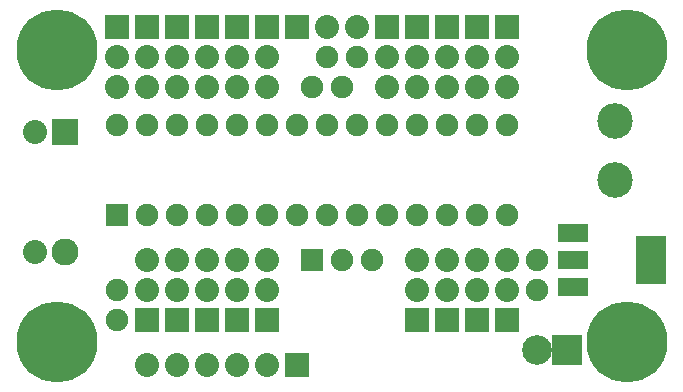
<source format=gts>
G04 (created by PCBNEW-RS274X (2012-01-19 BZR 3256)-stable) date 7/25/2012 10:56:43 AM*
G01*
G70*
G90*
%MOIN*%
G04 Gerber Fmt 3.4, Leading zero omitted, Abs format*
%FSLAX34Y34*%
G04 APERTURE LIST*
%ADD10C,0.006000*%
%ADD11R,0.100000X0.164000*%
%ADD12R,0.100000X0.060000*%
%ADD13R,0.075000X0.075000*%
%ADD14C,0.075000*%
%ADD15C,0.270000*%
%ADD16R,0.098700X0.098700*%
%ADD17C,0.098700*%
%ADD18C,0.118400*%
%ADD19R,0.080000X0.080000*%
%ADD20C,0.080000*%
%ADD21C,0.090000*%
%ADD22R,0.090000X0.090000*%
G04 APERTURE END LIST*
G54D10*
G54D11*
X71800Y-42000D03*
G54D12*
X69200Y-42000D03*
X69200Y-42900D03*
X69200Y-41100D03*
G54D13*
X60500Y-42000D03*
G54D14*
X61500Y-42000D03*
X62500Y-42000D03*
G54D15*
X52000Y-35000D03*
X71000Y-35000D03*
X52000Y-44750D03*
X71000Y-44750D03*
G54D14*
X61500Y-36250D03*
X60500Y-36250D03*
X68000Y-42000D03*
X68000Y-43000D03*
X54000Y-44000D03*
X54000Y-43000D03*
X62010Y-35260D03*
X61010Y-35260D03*
X55000Y-40500D03*
X56000Y-40500D03*
X57000Y-40500D03*
X58000Y-40500D03*
X59000Y-40500D03*
X60000Y-40500D03*
X61000Y-40500D03*
X62000Y-40500D03*
X63000Y-40500D03*
X64000Y-40500D03*
X65000Y-40500D03*
X66000Y-40500D03*
X67000Y-40500D03*
G54D13*
X54000Y-40500D03*
G54D14*
X67000Y-37500D03*
X66000Y-37500D03*
X65000Y-37500D03*
X64000Y-37500D03*
X63000Y-37500D03*
X62000Y-37500D03*
X61000Y-37500D03*
X60000Y-37500D03*
X59000Y-37500D03*
X58000Y-37500D03*
X57000Y-37500D03*
X56000Y-37500D03*
X55000Y-37500D03*
X54000Y-37500D03*
G54D16*
X69010Y-45010D03*
G54D17*
X68010Y-45010D03*
G54D18*
X70600Y-39350D03*
X70600Y-37381D03*
G54D19*
X60000Y-45500D03*
G54D20*
X59000Y-45500D03*
X58000Y-45500D03*
X57000Y-45500D03*
X56000Y-45500D03*
X55000Y-45500D03*
G54D19*
X59000Y-44000D03*
G54D20*
X59000Y-43000D03*
X59000Y-42000D03*
G54D19*
X63000Y-34250D03*
G54D20*
X63000Y-35250D03*
X63000Y-36250D03*
G54D19*
X64000Y-34250D03*
G54D20*
X64000Y-35250D03*
X64000Y-36250D03*
G54D19*
X65000Y-34250D03*
G54D20*
X65000Y-35250D03*
X65000Y-36250D03*
G54D19*
X66000Y-34250D03*
G54D20*
X66000Y-35250D03*
X66000Y-36250D03*
G54D19*
X67000Y-34250D03*
G54D20*
X67000Y-35250D03*
X67000Y-36250D03*
G54D19*
X67000Y-44000D03*
G54D20*
X67000Y-43000D03*
X67000Y-42000D03*
G54D19*
X66000Y-44000D03*
G54D20*
X66000Y-43000D03*
X66000Y-42000D03*
G54D19*
X65000Y-44000D03*
G54D20*
X65000Y-43000D03*
X65000Y-42000D03*
G54D19*
X64000Y-44000D03*
G54D20*
X64000Y-43000D03*
X64000Y-42000D03*
G54D19*
X59000Y-34250D03*
G54D20*
X59000Y-35250D03*
X59000Y-36250D03*
G54D19*
X58000Y-44000D03*
G54D20*
X58000Y-43000D03*
X58000Y-42000D03*
G54D19*
X57000Y-44000D03*
G54D20*
X57000Y-43000D03*
X57000Y-42000D03*
G54D19*
X56000Y-44000D03*
G54D20*
X56000Y-43000D03*
X56000Y-42000D03*
G54D19*
X55000Y-44000D03*
G54D20*
X55000Y-43000D03*
X55000Y-42000D03*
G54D19*
X54000Y-34250D03*
G54D20*
X54000Y-35250D03*
X54000Y-36250D03*
G54D19*
X55000Y-34250D03*
G54D20*
X55000Y-35250D03*
X55000Y-36250D03*
G54D19*
X56000Y-34250D03*
G54D20*
X56000Y-35250D03*
X56000Y-36250D03*
G54D19*
X57000Y-34250D03*
G54D20*
X57000Y-35250D03*
X57000Y-36250D03*
G54D19*
X58000Y-34250D03*
G54D20*
X58000Y-35250D03*
X58000Y-36250D03*
G54D21*
X52260Y-41760D03*
G54D22*
X52260Y-37760D03*
G54D20*
X51260Y-37760D03*
X51260Y-41760D03*
G54D19*
X60010Y-34260D03*
G54D20*
X61010Y-34260D03*
X62010Y-34260D03*
M02*

</source>
